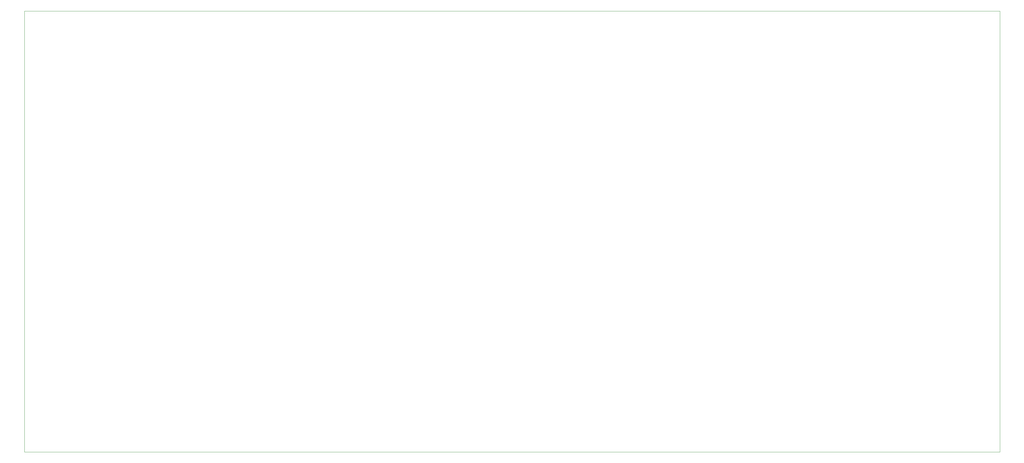
<source format=gbr>
%TF.GenerationSoftware,KiCad,Pcbnew,(5.1.9-0-10_14)*%
%TF.CreationDate,2021-03-16T22:34:44+01:00*%
%TF.ProjectId,xva1-ui,78766131-2d75-4692-9e6b-696361645f70,rev?*%
%TF.SameCoordinates,Original*%
%TF.FileFunction,Profile,NP*%
%FSLAX46Y46*%
G04 Gerber Fmt 4.6, Leading zero omitted, Abs format (unit mm)*
G04 Created by KiCad (PCBNEW (5.1.9-0-10_14)) date 2021-03-16 22:34:44*
%MOMM*%
%LPD*%
G01*
G04 APERTURE LIST*
%TA.AperFunction,Profile*%
%ADD10C,0.050000*%
%TD*%
G04 APERTURE END LIST*
D10*
X291000000Y-150000000D02*
X7000000Y-150000000D01*
X7000000Y-21500000D02*
X7000000Y-150000000D01*
X291000000Y-21500000D02*
X7000000Y-21500000D01*
X291000000Y-150000000D02*
X291000000Y-21500000D01*
M02*

</source>
